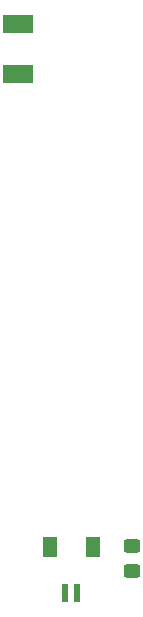
<source format=gbr>
%TF.GenerationSoftware,KiCad,Pcbnew,7.0.5*%
%TF.CreationDate,2024-01-23T00:39:16-05:00*%
%TF.ProjectId,SIDE,53494445-2e6b-4696-9361-645f70636258,rev?*%
%TF.SameCoordinates,Original*%
%TF.FileFunction,Paste,Bot*%
%TF.FilePolarity,Positive*%
%FSLAX46Y46*%
G04 Gerber Fmt 4.6, Leading zero omitted, Abs format (unit mm)*
G04 Created by KiCad (PCBNEW 7.0.5) date 2024-01-23 00:39:16*
%MOMM*%
%LPD*%
G01*
G04 APERTURE LIST*
G04 Aperture macros list*
%AMRoundRect*
0 Rectangle with rounded corners*
0 $1 Rounding radius*
0 $2 $3 $4 $5 $6 $7 $8 $9 X,Y pos of 4 corners*
0 Add a 4 corners polygon primitive as box body*
4,1,4,$2,$3,$4,$5,$6,$7,$8,$9,$2,$3,0*
0 Add four circle primitives for the rounded corners*
1,1,$1+$1,$2,$3*
1,1,$1+$1,$4,$5*
1,1,$1+$1,$6,$7*
1,1,$1+$1,$8,$9*
0 Add four rect primitives between the rounded corners*
20,1,$1+$1,$2,$3,$4,$5,0*
20,1,$1+$1,$4,$5,$6,$7,0*
20,1,$1+$1,$6,$7,$8,$9,0*
20,1,$1+$1,$8,$9,$2,$3,0*%
G04 Aperture macros list end*
%ADD10R,0.600000X1.550000*%
%ADD11R,1.200000X1.800000*%
%ADD12R,2.500000X1.500000*%
%ADD13RoundRect,0.250000X-0.450000X0.325000X-0.450000X-0.325000X0.450000X-0.325000X0.450000X0.325000X0*%
G04 APERTURE END LIST*
D10*
%TO.C,J3*%
X183820000Y-125943022D03*
X184820000Y-125943022D03*
D11*
X182520000Y-122068022D03*
X186120000Y-122068022D03*
%TD*%
D12*
%TO.C,J2*%
X179820000Y-77718022D03*
%TD*%
D13*
%TO.C,D1*%
X189420000Y-121993022D03*
X189420000Y-124043022D03*
%TD*%
D12*
%TO.C,J1*%
X179820000Y-82018022D03*
%TD*%
M02*

</source>
